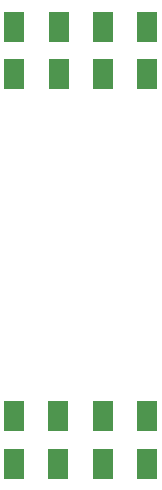
<source format=gbr>
%TF.GenerationSoftware,KiCad,Pcbnew,(6.0.7)*%
%TF.CreationDate,2022-09-13T16:55:12+02:00*%
%TF.ProjectId,myDAQExpansionBoard,6d794441-5145-4787-9061-6e73696f6e42,rev?*%
%TF.SameCoordinates,Original*%
%TF.FileFunction,Paste,Bot*%
%TF.FilePolarity,Positive*%
%FSLAX46Y46*%
G04 Gerber Fmt 4.6, Leading zero omitted, Abs format (unit mm)*
G04 Created by KiCad (PCBNEW (6.0.7)) date 2022-09-13 16:55:12*
%MOMM*%
%LPD*%
G01*
G04 APERTURE LIST*
%ADD10R,1.800000X2.500000*%
G04 APERTURE END LIST*
D10*
%TO.C,D6*%
X79250000Y-78750000D03*
X79250000Y-82750000D03*
%TD*%
%TO.C,D5*%
X83000000Y-78750000D03*
X83000000Y-82750000D03*
%TD*%
%TO.C,D10*%
X79250000Y-111750000D03*
X79250000Y-115750000D03*
%TD*%
%TO.C,D11*%
X83000000Y-111750000D03*
X83000000Y-115750000D03*
%TD*%
%TO.C,D9*%
X75450000Y-111750000D03*
X75450000Y-115750000D03*
%TD*%
%TO.C,D7*%
X75500000Y-78750000D03*
X75500000Y-82750000D03*
%TD*%
%TO.C,D12*%
X71750000Y-111750000D03*
X71750000Y-115750000D03*
%TD*%
%TO.C,D8*%
X71750000Y-78750000D03*
X71750000Y-82750000D03*
%TD*%
M02*

</source>
